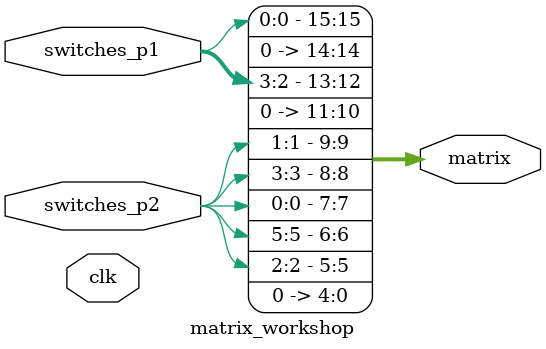
<source format=v>
module matrix_workshop(clk, switches_p1, switches_p2, matrix);
  input clk;
  input [7:0] switches_p1;
  input [7:0] switches_p2;
  output [15:0] matrix;
  
  assign matrix[4'h0] = 0;
  assign matrix[4'h1] = 0;
  assign matrix[4'h2] = 0;
  assign matrix[4'h3] = 0;

  assign matrix[4'h4] = 0;
  assign matrix[4'h5] = switches_p2[2];
  assign matrix[4'h6] = switches_p2[5];
  assign matrix[4'h7] = switches_p2[0];

  assign matrix[4'h8] = switches_p2[3];
  assign matrix[4'h9] = switches_p2[1];
  assign matrix[4'hA] = 0;
  assign matrix[4'hB] = 0;

  assign matrix[4'hC] = switches_p1[2];
  assign matrix[4'hD] = switches_p1[3];
  assign matrix[4'hE] = 0;
  assign matrix[4'hF] = switches_p1[0];
endmodule
</source>
